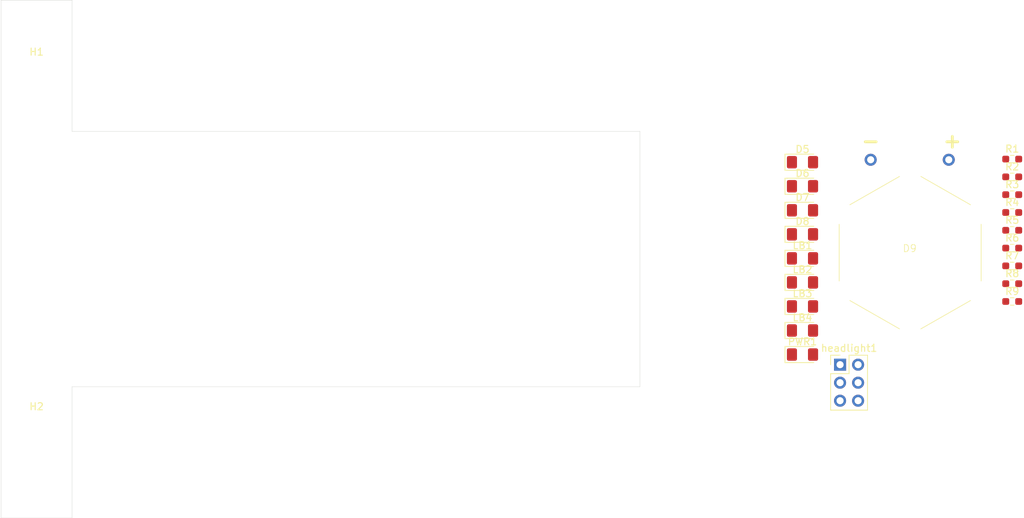
<source format=kicad_pcb>
(kicad_pcb (version 20241229) (generator "pcbnew") (generator_version "9.0")
  (layers (0 "F.Cu" signal) (2 "B.Cu" signal) (13 "F.Paste" user) (15 "B.Paste" user) (5 "F.SilkS" user "F.Silkscreen") (7 "B.SilkS" user "B.Silkscreen") (1 "F.Mask" user) (3 "B.Mask" user) (25 "Edge.Cuts" user))
  (net 0 "")
  (net 1 "Net-(D5-A)")
  (net 2 "IR")
  (net 3 "Net-(D6-A)")
  (net 4 "Net-(D7-A)")
  (net 5 "Net-(D8-A)")
  (net 6 "HB_K")
  (net 7 "HB_A")
  (net 8 "LB")
  (net 9 "GND")
  (net 10 "+5.1V")
  (net 11 "Net-(LB1-A)")
  (net 12 "Net-(LB2-A)")
  (net 13 "Net-(LB3-A)")
  (net 14 "Net-(LB4-A)")
  (net 15 "Net-(PWR1-A)")
  (footprint "Resistor_SMD:R_0603_1608Metric_Pad0.98x0.95mm_HandSolder" (layer "F.Cu") (at 169.937759 53.445)
    (property "Reference" "R5" (at 0 -1.43 0) (layer "F.SilkS"))
    (property "Value" "200")
    (fp_line (start -0.254724 -0.5225) (end 0.254724 -0.5225) (stroke (width 0.12)) (layer "F.SilkS"))
    (fp_line (start -0.254724 0.5225) (end 0.254724 0.5225) (stroke (width 0.12)) (layer "F.SilkS"))
    (pad "1" smd roundrect (at -0.9125 0) (size 0.975 0.95) (layers "F.Cu" "F.Mask" "F.Paste") (net 10 "+5.1V"))
    (pad "2" smd roundrect (at 0.9125 0) (size 0.975 0.95) (layers "F.Cu" "F.Mask" "F.Paste") (net 1 "Net-(D5-A)"))
  )
  (footprint "LED_SMD:LED_1206_3216Metric_Pad1.42x1.75mm_HandSolder" (layer "F.Cu") (at 140.392759 57.405)
    (property "Reference" "LB1" (at 0 -1.82 0) (layer "F.SilkS"))
    (property "Value" "~")
    (fp_line (start -2.46 -1.135) (end -2.46 1.135) (stroke (width 0.12)) (layer "F.SilkS"))
    (fp_line (start -2.46 1.135) (end 1.6 1.135) (stroke (width 0.12)) (layer "F.SilkS"))
    (fp_line (start 1.6 -1.135) (end -2.46 -1.135) (stroke (width 0.12)) (layer "F.SilkS"))
    (pad "1" smd roundrect (at -1.4875 0) (size 1.425 1.75) (layers "F.Cu" "F.Mask" "F.Paste") (roundrect_rratio 0.175439) (net 2 "IR"))
    (pad "2" smd roundrect (at 1.4875 0) (size 1.425 1.75) (layers "F.Cu" "F.Mask" "F.Paste") (roundrect_rratio 0.175439) (net 11 "Net-(LB1-A)"))
  )
  (footprint "Resistor_SMD:R_0603_1608Metric_Pad0.98x0.95mm_HandSolder" (layer "F.Cu") (at 169.937759 58.465)
    (property "Reference" "R7" (at 0 -1.43 0) (layer "F.SilkS"))
    (property "Value" "200")
    (fp_line (start -0.254724 -0.5225) (end 0.254724 -0.5225) (stroke (width 0.12)) (layer "F.SilkS"))
    (fp_line (start -0.254724 0.5225) (end 0.254724 0.5225) (stroke (width 0.12)) (layer "F.SilkS"))
    (pad "1" smd roundrect (at -0.9125 0) (size 0.975 0.95) (layers "F.Cu" "F.Mask" "F.Paste") (net 10 "+5.1V"))
    (pad "2" smd roundrect (at 0.9125 0) (size 0.975 0.95) (layers "F.Cu" "F.Mask" "F.Paste") (net 4 "Net-(D7-A)"))
  )
  (footprint "LED_SMD:LED_1206_3216Metric_Pad1.42x1.75mm_HandSolder" (layer "F.Cu") (at 140.392759 50.625)
    (property "Reference" "D7" (at 0 -1.82 0) (layer "F.SilkS"))
    (property "Value" "LED")
    (fp_line (start -2.46 -1.135) (end -2.46 1.135) (stroke (width 0.12)) (layer "F.SilkS"))
    (fp_line (start -2.46 1.135) (end 1.6 1.135) (stroke (width 0.12)) (layer "F.SilkS"))
    (fp_line (start 1.6 -1.135) (end -2.46 -1.135) (stroke (width 0.12)) (layer "F.SilkS"))
    (pad "1" smd roundrect (at -1.4875 0) (size 1.425 1.75) (layers "F.Cu" "F.Mask" "F.Paste") (roundrect_rratio 0.175439) (net 2 "IR"))
    (pad "2" smd roundrect (at 1.4875 0) (size 1.425 1.75) (layers "F.Cu" "F.Mask" "F.Paste") (roundrect_rratio 0.175439) (net 4 "Net-(D7-A)"))
  )
  (footprint "LED_SMD:LED_1206_3216Metric_Pad1.42x1.75mm_HandSolder" (layer "F.Cu") (at 140.392759 43.845)
    (property "Reference" "D5" (at 0 -1.82 0) (layer "F.SilkS"))
    (property "Value" "IR1")
    (fp_line (start -2.46 -1.135) (end -2.46 1.135) (stroke (width 0.12)) (layer "F.SilkS"))
    (fp_line (start -2.46 1.135) (end 1.6 1.135) (stroke (width 0.12)) (layer "F.SilkS"))
    (fp_line (start 1.6 -1.135) (end -2.46 -1.135) (stroke (width 0.12)) (layer "F.SilkS"))
    (pad "1" smd roundrect (at -1.4875 0) (size 1.425 1.75) (layers "F.Cu" "F.Mask" "F.Paste") (roundrect_rratio 0.175439) (net 2 "IR"))
    (pad "2" smd roundrect (at 1.4875 0) (size 1.425 1.75) (layers "F.Cu" "F.Mask" "F.Paste") (roundrect_rratio 0.175439) (net 1 "Net-(D5-A)"))
  )
  (footprint "MountingHole:MountingHole_3.2mm_M3" (layer "F.Cu") (at 32.5 32.5)
    (property "Reference" "H1" (at 0 -4.2 0) (layer "F.SilkS"))
    (property "Value" "MountingHole")
    (pad "" np_thru_hole circle (at 0 0) (size 3.2 3.2) (drill 3.2) (layers "*.Cu" "*.Mask"))
  )
  (footprint "Resistor_SMD:R_0603_1608Metric_Pad0.98x0.95mm_HandSolder" (layer "F.Cu") (at 169.937759 45.915)
    (property "Reference" "R2" (at 0 -1.43 0) (layer "F.SilkS"))
    (property "Value" "200")
    (fp_line (start -0.254724 -0.5225) (end 0.254724 -0.5225) (stroke (width 0.12)) (layer "F.SilkS"))
    (fp_line (start -0.254724 0.5225) (end 0.254724 0.5225) (stroke (width 0.12)) (layer "F.SilkS"))
    (pad "1" smd roundrect (at -0.9125 0) (size 0.975 0.95) (layers "F.Cu" "F.Mask" "F.Paste") (net 10 "+5.1V"))
    (pad "2" smd roundrect (at 0.9125 0) (size 0.975 0.95) (layers "F.Cu" "F.Mask" "F.Paste") (net 12 "Net-(LB2-A)"))
  )
  (footprint "MountingHole:MountingHole_3.2mm_M3" (layer "F.Cu") (at 32.5 82.5)
    (property "Reference" "H2" (at 0 -4.2 0) (layer "F.SilkS"))
    (property "Value" "MountingHole")
    (pad "" np_thru_hole circle (at 0 0) (size 3.2 3.2) (drill 3.2) (layers "*.Cu" "*.Mask"))
  )
  (footprint "Resistor_SMD:R_0603_1608Metric_Pad0.98x0.95mm_HandSolder" (layer "F.Cu") (at 169.937759 43.405)
    (property "Reference" "R1" (at 0 -1.43 0) (layer "F.SilkS"))
    (property "Value" "200")
    (fp_line (start -0.254724 -0.5225) (end 0.254724 -0.5225) (stroke (width 0.12)) (layer "F.SilkS"))
    (fp_line (start -0.254724 0.5225) (end 0.254724 0.5225) (stroke (width 0.12)) (layer "F.SilkS"))
    (pad "1" smd roundrect (at -0.9125 0) (size 0.975 0.95) (layers "F.Cu" "F.Mask" "F.Paste") (net 10 "+5.1V"))
    (pad "2" smd roundrect (at 0.9125 0) (size 0.975 0.95) (layers "F.Cu" "F.Mask" "F.Paste") (net 11 "Net-(LB1-A)"))
  )
  (footprint "Resistor_SMD:R_0603_1608Metric_Pad0.98x0.95mm_HandSolder" (layer "F.Cu") (at 169.937759 55.955)
    (property "Reference" "R6" (at 0 -1.43 0) (layer "F.SilkS"))
    (property "Value" "200")
    (fp_line (start -0.254724 -0.5225) (end 0.254724 -0.5225) (stroke (width 0.12)) (layer "F.SilkS"))
    (fp_line (start -0.254724 0.5225) (end 0.254724 0.5225) (stroke (width 0.12)) (layer "F.SilkS"))
    (pad "1" smd roundrect (at -0.9125 0) (size 0.975 0.95) (layers "F.Cu" "F.Mask" "F.Paste") (net 10 "+5.1V"))
    (pad "2" smd roundrect (at 0.9125 0) (size 0.975 0.95) (layers "F.Cu" "F.Mask" "F.Paste") (net 3 "Net-(D6-A)"))
  )
  (footprint "LED_SMD:LED_1206_3216Metric_Pad1.42x1.75mm_HandSolder" (layer "F.Cu") (at 140.392759 54.015)
    (property "Reference" "D8" (at 0 -1.82 0) (layer "F.SilkS"))
    (property "Value" "LED")
    (fp_line (start -2.46 -1.135) (end -2.46 1.135) (stroke (width 0.12)) (layer "F.SilkS"))
    (fp_line (start -2.46 1.135) (end 1.6 1.135) (stroke (width 0.12)) (layer "F.SilkS"))
    (fp_line (start 1.6 -1.135) (end -2.46 -1.135) (stroke (width 0.12)) (layer "F.SilkS"))
    (pad "1" smd roundrect (at -1.4875 0) (size 1.425 1.75) (layers "F.Cu" "F.Mask" "F.Paste") (roundrect_rratio 0.175439) (net 2 "IR"))
    (pad "2" smd roundrect (at 1.4875 0) (size 1.425 1.75) (layers "F.Cu" "F.Mask" "F.Paste") (roundrect_rratio 0.175439) (net 5 "Net-(D8-A)"))
  )
  (footprint "LED_SMD:LED_1206_3216Metric_Pad1.42x1.75mm_HandSolder" (layer "F.Cu") (at 140.392759 60.795)
    (property "Reference" "LB2" (at 0 -1.82 0) (layer "F.SilkS"))
    (property "Value" "~")
    (fp_line (start -2.46 -1.135) (end -2.46 1.135) (stroke (width 0.12)) (layer "F.SilkS"))
    (fp_line (start -2.46 1.135) (end 1.6 1.135) (stroke (width 0.12)) (layer "F.SilkS"))
    (fp_line (start 1.6 -1.135) (end -2.46 -1.135) (stroke (width 0.12)) (layer "F.SilkS"))
    (pad "1" smd roundrect (at -1.4875 0) (size 1.425 1.75) (layers "F.Cu" "F.Mask" "F.Paste") (roundrect_rratio 0.175439) (net 2 "IR"))
    (pad "2" smd roundrect (at 1.4875 0) (size 1.425 1.75) (layers "F.Cu" "F.Mask" "F.Paste") (roundrect_rratio 0.175439) (net 12 "Net-(LB2-A)"))
  )
  (footprint "Resistor_SMD:R_0603_1608Metric_Pad0.98x0.95mm_HandSolder" (layer "F.Cu") (at 169.937759 63.485)
    (property "Reference" "R9" (at 0 -1.43 0) (layer "F.SilkS"))
    (property "Value" "200")
    (fp_line (start -0.254724 -0.5225) (end 0.254724 -0.5225) (stroke (width 0.12)) (layer "F.SilkS"))
    (fp_line (start -0.254724 0.5225) (end 0.254724 0.5225) (stroke (width 0.12)) (layer "F.SilkS"))
    (pad "1" smd roundrect (at -0.9125 0) (size 0.975 0.95) (layers "F.Cu" "F.Mask" "F.Paste") (net 10 "+5.1V"))
    (pad "2" smd roundrect (at 0.9125 0) (size 0.975 0.95) (layers "F.Cu" "F.Mask" "F.Paste") (net 15 "Net-(PWR1-A)"))
  )
  (footprint "basic_parts:power led" (layer "F.Cu") (at 155.5 56.5)
    (property "Reference" "D9" (at 0 -0.5 0) (layer "F.SilkS") (effects (font (thickness 0.1))))
    (property "Value" "LED")
    (fp_line (start -9.935 4.1) (end -9.935 -3.9) (stroke (width 0.1)) (layer "F.SilkS"))
    (fp_line (start -8.435 -6.65) (end -1.435 -10.65) (stroke (width 0.1)) (layer "F.SilkS"))
    (fp_line (start -1.435 10.85) (end -8.435 6.85) (stroke (width 0.1)) (layer "F.SilkS"))
    (fp_line (start 1.565 -10.65) (end 8.565 -6.65) (stroke (width 0.1)) (layer "F.SilkS"))
    (fp_line (start 8.565 6.85) (end 1.565 10.85) (stroke (width 0.1)) (layer "F.SilkS"))
    (fp_line (start 10.065 -3.9) (end 10.065 4.1) (stroke (width 0.1)) (layer "F.SilkS"))
    (fp_text user "-" (at -7 -14.5 0) (layer "F.SilkS") (effects (font (size 2 2) (thickness 0.4) (bold yes)) (justify left bottom)))
    (fp_text user "+" (at 4.5 -14.5 0) (layer "F.SilkS") (effects (font (size 2 2) (thickness 0.4) (bold yes)) (justify left bottom)))
    (pad "" np_thru_hole circle (at -8.162241 -4.65 270) (size 3.2 3.2) (drill 3.2) (layers "*.Cu" "*.Mask"))
    (pad "" np_thru_hole circle (at -8.162241 4.85 270) (size 3.2 3.2) (drill 3.2) (layers "*.Cu" "*.Mask"))
    (pad "" np_thru_hole circle (at 0.065 -9.4 270) (size 3.2 3.2) (drill 3.2) (layers "*.Cu" "*.Mask"))
    (pad "" np_thru_hole circle (at 0.065 9.6 270) (size 3.2 3.2) (drill 3.2) (layers "*.Cu" "*.Mask"))
    (pad "" np_thru_hole circle (at 8.292241 -4.65 270) (size 3.2 3.2) (drill 3.2) (layers "*.Cu" "*.Mask"))
    (pad "" np_thru_hole circle (at 8.292241 4.85 270) (size 3.2 3.2) (drill 3.2) (layers "*.Cu" "*.Mask"))
    (pad "1" thru_hole circle (at -5.5 -13) (size 1.7 1.7) (drill 1) (layers "*.Cu" "*.Mask") (net 6 "HB_K"))
    (pad "2" thru_hole circle (at 5.5 -13) (size 1.7 1.7) (drill 1) (layers "*.Cu" "*.Mask") (net 7 "HB_A"))
  )
  (footprint "Resistor_SMD:R_0603_1608Metric_Pad0.98x0.95mm_HandSolder" (layer "F.Cu") (at 169.937759 60.975)
    (property "Reference" "R8" (at 0 -1.43 0) (layer "F.SilkS"))
    (property "Value" "200")
    (fp_line (start -0.254724 -0.5225) (end 0.254724 -0.5225) (stroke (width 0.12)) (layer "F.SilkS"))
    (fp_line (start -0.254724 0.5225) (end 0.254724 0.5225) (stroke (width 0.12)) (layer "F.SilkS"))
    (pad "1" smd roundrect (at -0.9125 0) (size 0.975 0.95) (layers "F.Cu" "F.Mask" "F.Paste") (net 10 "+5.1V"))
    (pad "2" smd roundrect (at 0.9125 0) (size 0.975 0.95) (layers "F.Cu" "F.Mask" "F.Paste") (net 5 "Net-(D8-A)"))
  )
  (footprint "LED_SMD:LED_1206_3216Metric_Pad1.42x1.75mm_HandSolder" (layer "F.Cu") (at 140.392759 67.575)
    (property "Reference" "LB4" (at 0 -1.82 0) (layer "F.SilkS"))
    (property "Value" "~")
    (fp_line (start -2.46 -1.135) (end -2.46 1.135) (stroke (width 0.12)) (layer "F.SilkS"))
    (fp_line (start -2.46 1.135) (end 1.6 1.135) (stroke (width 0.12)) (layer "F.SilkS"))
    (fp_line (start 1.6 -1.135) (end -2.46 -1.135) (stroke (width 0.12)) (layer "F.SilkS"))
    (pad "1" smd roundrect (at -1.4875 0) (size 1.425 1.75) (layers "F.Cu" "F.Mask" "F.Paste") (roundrect_rratio 0.175439) (net 2 "IR"))
    (pad "2" smd roundrect (at 1.4875 0) (size 1.425 1.75) (layers "F.Cu" "F.Mask" "F.Paste") (roundrect_rratio 0.175439) (net 14 "Net-(LB4-A)"))
  )
  (footprint "Connector_PinHeader_2.54mm:PinHeader_2x03_P2.54mm_Vertical" (layer "F.Cu") (at 145.687759 72.395)
    (property "Reference" "headlight1" (at 1.27 -2.33 0) (layer "F.SilkS"))
    (property "Value" "Conn_02x03_Odd_Even")
    (fp_line (start -1.33 -1.33) (end 0 -1.33) (stroke (width 0.12)) (layer "F.SilkS"))
    (fp_line (start -1.33 0) (end -1.33 -1.33) (stroke (width 0.12)) (layer "F.SilkS"))
    (fp_line (start -1.33 1.27) (end -1.33 6.41) (stroke (width 0.12)) (layer "F.SilkS"))
    (fp_line (start -1.33 1.27) (end 1.27 1.27) (stroke (width 0.12)) (layer "F.SilkS"))
    (fp_line (start -1.33 6.41) (end 3.87 6.41) (stroke (width 0.12)) (layer "F.SilkS"))
    (fp_line (start 1.27 -1.33) (end 3.87 -1.33) (stroke (width 0.12)) (layer "F.SilkS"))
    (fp_line (start 1.27 1.27) (end 1.27 -1.33) (stroke (width 0.12)) (layer "F.SilkS"))
    (fp_line (start 3.87 -1.33) (end 3.87 6.41) (stroke (width 0.12)) (layer "F.SilkS"))
    (pad "1" thru_hole rect (at 0 0) (size 1.7 1.7) (drill 1) (layers "*.Cu" "*.Mask") (net 10 "+5.1V"))
    (pad "2" thru_hole oval (at 2.54 0) (size 1.7 1.7) (drill 1) (layers "*.Cu" "*.Mask") (net 8 "LB"))
    (pad "3" thru_hole oval (at 0 2.54) (size 1.7 1.7) (drill 1) (layers "*.Cu" "*.Mask") (net 2 "IR"))
    (pad "4" thru_hole oval (at 2.54 2.54) (size 1.7 1.7) (drill 1) (layers "*.Cu" "*.Mask") (net 7 "HB_A"))
    (pad "5" thru_hole oval (at 0 5.08) (size 1.7 1.7) (drill 1) (layers "*.Cu" "*.Mask") (net 6 "HB_K"))
    (pad "6" thru_hole oval (at 2.54 5.08) (size 1.7 1.7) (drill 1) (layers "*.Cu" "*.Mask") (net 9 "GND"))
  )
  (footprint "LED_SMD:LED_1206_3216Metric_Pad1.42x1.75mm_HandSolder" (layer "F.Cu") (at 140.392759 70.965)
    (property "Reference" "PWR1" (at 0 -1.82 0) (layer "F.SilkS"))
    (property "Value" "LED")
    (fp_line (start -2.46 -1.135) (end -2.46 1.135) (stroke (width 0.12)) (layer "F.SilkS"))
    (fp_line (start -2.46 1.135) (end 1.6 1.135) (stroke (width 0.12)) (layer "F.SilkS"))
    (fp_line (start 1.6 -1.135) (end -2.46 -1.135) (stroke (width 0.12)) (layer "F.SilkS"))
    (pad "1" smd roundrect (at -1.4875 0) (size 1.425 1.75) (layers "F.Cu" "F.Mask" "F.Paste") (roundrect_rratio 0.175439) (net 9 "GND"))
    (pad "2" smd roundrect (at 1.4875 0) (size 1.425 1.75) (layers "F.Cu" "F.Mask" "F.Paste") (roundrect_rratio 0.175439) (net 15 "Net-(PWR1-A)"))
  )
  (footprint "Resistor_SMD:R_0603_1608Metric_Pad0.98x0.95mm_HandSolder" (layer "F.Cu") (at 169.937759 50.935)
    (property "Reference" "R4" (at 0 -1.43 0) (layer "F.SilkS"))
    (property "Value" "200")
    (fp_line (start -0.254724 -0.5225) (end 0.254724 -0.5225) (stroke (width 0.12)) (layer "F.SilkS"))
    (fp_line (start -0.254724 0.5225) (end 0.254724 0.5225) (stroke (width 0.12)) (layer "F.SilkS"))
    (pad "1" smd roundrect (at -0.9125 0) (size 0.975 0.95) (layers "F.Cu" "F.Mask" "F.Paste") (net 10 "+5.1V"))
    (pad "2" smd roundrect (at 0.9125 0) (size 0.975 0.95) (layers "F.Cu" "F.Mask" "F.Paste") (net 14 "Net-(LB4-A)"))
  )
  (footprint "Resistor_SMD:R_0603_1608Metric_Pad0.98x0.95mm_HandSolder" (layer "F.Cu") (at 169.937759 48.425)
    (property "Reference" "R3" (at 0 -1.43 0) (layer "F.SilkS"))
    (property "Value" "200")
    (fp_line (start -0.254724 -0.5225) (end 0.254724 -0.5225) (stroke (width 0.12)) (layer "F.SilkS"))
    (fp_line (start -0.254724 0.5225) (end 0.254724 0.5225) (stroke (width 0.12)) (layer "F.SilkS"))
    (pad "1" smd roundrect (at -0.9125 0) (size 0.975 0.95) (layers "F.Cu" "F.Mask" "F.Paste") (net 10 "+5.1V"))
    (pad "2" smd roundrect (at 0.9125 0) (size 0.975 0.95) (layers "F.Cu" "F.Mask" "F.Paste") (net 13 "Net-(LB3-A)"))
  )
  (footprint "LED_SMD:LED_1206_3216Metric_Pad1.42x1.75mm_HandSolder" (layer "F.Cu") (at 140.392759 47.235)
    (property "Reference" "D6" (at 0 -1.82 0) (layer "F.SilkS"))
    (property "Value" "LED")
    (fp_line (start -2.46 -1.135) (end -2.46 1.135) (stroke (width 0.12)) (layer "F.SilkS"))
    (fp_line (start -2.46 1.135) (end 1.6 1.135) (stroke (width 0.12)) (layer "F.SilkS"))
    (fp_line (start 1.6 -1.135) (end -2.46 -1.135) (stroke (width 0.12)) (layer "F.SilkS"))
    (pad "1" smd roundrect (at -1.4875 0) (size 1.425 1.75) (layers "F.Cu" "F.Mask" "F.Paste") (roundrect_rratio 0.175439) (net 2 "IR"))
    (pad "2" smd roundrect (at 1.4875 0) (size 1.425 1.75) (layers "F.Cu" "F.Mask" "F.Paste") (roundrect_rratio 0.175439) (net 3 "Net-(D6-A)"))
  )
  (footprint "LED_SMD:LED_1206_3216Metric_Pad1.42x1.75mm_HandSolder" (layer "F.Cu") (at 140.392759 64.185)
    (property "Reference" "LB3" (at 0 -1.82 0) (layer "F.SilkS"))
    (property "Value" "~")
    (fp_line (start -2.46 -1.135) (end -2.46 1.135) (stroke (width 0.12)) (layer "F.SilkS"))
    (fp_line (start -2.46 1.135) (end 1.6 1.135) (stroke (width 0.12)) (layer "F.SilkS"))
    (fp_line (start 1.6 -1.135) (end -2.46 -1.135) (stroke (width 0.12)) (layer "F.SilkS"))
    (pad "1" smd roundrect (at -1.4875 0) (size 1.425 1.75) (layers "F.Cu" "F.Mask" "F.Paste") (roundrect_rratio 0.175439) (net 2 "IR"))
    (pad "2" smd roundrect (at 1.4875 0) (size 1.425 1.75) (layers "F.Cu" "F.Mask" "F.Paste") (roundrect_rratio 0.175439) (net 13 "Net-(LB3-A)"))
  )
  (gr_line (start 37.5 75.5) (end 117.5 75.5) (stroke (width 0.05)) (layer "Edge.Cuts"))
  (gr_line (start 37.5 21) (end 27.5 21) (stroke (width 0.05)) (layer "Edge.Cuts"))
  (gr_line (start 27.5 94) (end 37.5 94) (stroke (width 0.05)) (layer "Edge.Cuts"))
  (gr_line (start 117.5 75.5) (end 117.5 39.5) (stroke (width 0.05)) (layer "Edge.Cuts"))
  (gr_line (start 27.5 21) (end 27.5 94) (stroke (width 0.05)) (layer "Edge.Cuts"))
  (gr_line (start 37.5 39.5) (end 37.5 21) (stroke (width 0.05)) (layer "Edge.Cuts"))
  (gr_line (start 117.5 39.5) (end 37.5 39.5) (stroke (width 0.05)) (layer "Edge.Cuts"))
  (gr_line (start 37.5 75.5) (end 37.5 94) (stroke (width 0.05)) (layer "Edge.Cuts"))
)
</source>
